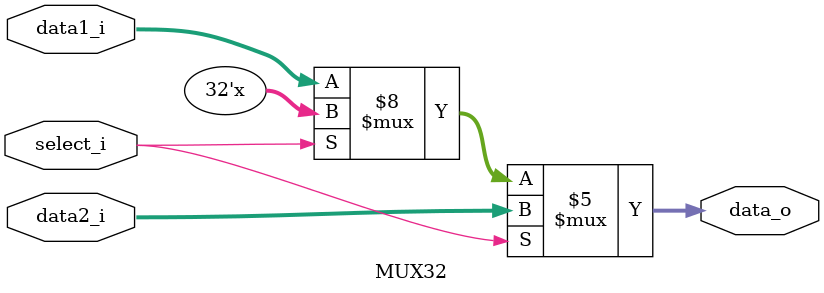
<source format=v>
module MUX32
(
	data1_i,
	data2_i,
	select_i,
	data_o
);

input [31:0] data1_i, data2_i;
input select_i;
output [31:0] data_o;
reg data_o;
always @(data1_i, data2_i, select_i)
begin
	if(select_i == 1'b0)
	begin
		data_o = data1_i;
	end
	if(select_i == 1'b1)
	begin
		data_o = data2_i;
	end
end

endmodule

</source>
